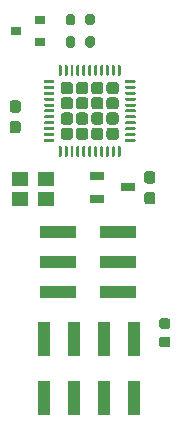
<source format=gbr>
%TF.GenerationSoftware,KiCad,Pcbnew,(5.1.9)-1*%
%TF.CreationDate,2021-04-16T13:15:18-04:00*%
%TF.ProjectId,mega_nrf24_usb,6d656761-5f6e-4726-9632-345f7573622e,rev?*%
%TF.SameCoordinates,Original*%
%TF.FileFunction,Paste,Top*%
%TF.FilePolarity,Positive*%
%FSLAX46Y46*%
G04 Gerber Fmt 4.6, Leading zero omitted, Abs format (unit mm)*
G04 Created by KiCad (PCBNEW (5.1.9)-1) date 2021-04-16 13:15:18*
%MOMM*%
%LPD*%
G01*
G04 APERTURE LIST*
%ADD10R,1.220000X0.650000*%
%ADD11R,1.000000X3.000000*%
%ADD12R,3.150000X1.000000*%
%ADD13R,1.400000X1.200000*%
%ADD14R,0.900000X0.800000*%
G04 APERTURE END LIST*
D10*
%TO.C,U2*%
X253653280Y-109222500D03*
X251033280Y-110172500D03*
X251033280Y-108272500D03*
%TD*%
%TO.C,U1*%
G36*
G01*
X251833600Y-104960700D02*
X251833600Y-104420700D01*
G75*
G02*
X252083600Y-104170700I250000J0D01*
G01*
X252623600Y-104170700D01*
G75*
G02*
X252873600Y-104420700I0J-250000D01*
G01*
X252873600Y-104960700D01*
G75*
G02*
X252623600Y-105210700I-250000J0D01*
G01*
X252083600Y-105210700D01*
G75*
G02*
X251833600Y-104960700I0J250000D01*
G01*
G37*
G36*
G01*
X251833600Y-103670700D02*
X251833600Y-103130700D01*
G75*
G02*
X252083600Y-102880700I250000J0D01*
G01*
X252623600Y-102880700D01*
G75*
G02*
X252873600Y-103130700I0J-250000D01*
G01*
X252873600Y-103670700D01*
G75*
G02*
X252623600Y-103920700I-250000J0D01*
G01*
X252083600Y-103920700D01*
G75*
G02*
X251833600Y-103670700I0J250000D01*
G01*
G37*
G36*
G01*
X251833600Y-102380700D02*
X251833600Y-101840700D01*
G75*
G02*
X252083600Y-101590700I250000J0D01*
G01*
X252623600Y-101590700D01*
G75*
G02*
X252873600Y-101840700I0J-250000D01*
G01*
X252873600Y-102380700D01*
G75*
G02*
X252623600Y-102630700I-250000J0D01*
G01*
X252083600Y-102630700D01*
G75*
G02*
X251833600Y-102380700I0J250000D01*
G01*
G37*
G36*
G01*
X251833600Y-101090700D02*
X251833600Y-100550700D01*
G75*
G02*
X252083600Y-100300700I250000J0D01*
G01*
X252623600Y-100300700D01*
G75*
G02*
X252873600Y-100550700I0J-250000D01*
G01*
X252873600Y-101090700D01*
G75*
G02*
X252623600Y-101340700I-250000J0D01*
G01*
X252083600Y-101340700D01*
G75*
G02*
X251833600Y-101090700I0J250000D01*
G01*
G37*
G36*
G01*
X250543600Y-104960700D02*
X250543600Y-104420700D01*
G75*
G02*
X250793600Y-104170700I250000J0D01*
G01*
X251333600Y-104170700D01*
G75*
G02*
X251583600Y-104420700I0J-250000D01*
G01*
X251583600Y-104960700D01*
G75*
G02*
X251333600Y-105210700I-250000J0D01*
G01*
X250793600Y-105210700D01*
G75*
G02*
X250543600Y-104960700I0J250000D01*
G01*
G37*
G36*
G01*
X250543600Y-103670700D02*
X250543600Y-103130700D01*
G75*
G02*
X250793600Y-102880700I250000J0D01*
G01*
X251333600Y-102880700D01*
G75*
G02*
X251583600Y-103130700I0J-250000D01*
G01*
X251583600Y-103670700D01*
G75*
G02*
X251333600Y-103920700I-250000J0D01*
G01*
X250793600Y-103920700D01*
G75*
G02*
X250543600Y-103670700I0J250000D01*
G01*
G37*
G36*
G01*
X250543600Y-102380700D02*
X250543600Y-101840700D01*
G75*
G02*
X250793600Y-101590700I250000J0D01*
G01*
X251333600Y-101590700D01*
G75*
G02*
X251583600Y-101840700I0J-250000D01*
G01*
X251583600Y-102380700D01*
G75*
G02*
X251333600Y-102630700I-250000J0D01*
G01*
X250793600Y-102630700D01*
G75*
G02*
X250543600Y-102380700I0J250000D01*
G01*
G37*
G36*
G01*
X250543600Y-101090700D02*
X250543600Y-100550700D01*
G75*
G02*
X250793600Y-100300700I250000J0D01*
G01*
X251333600Y-100300700D01*
G75*
G02*
X251583600Y-100550700I0J-250000D01*
G01*
X251583600Y-101090700D01*
G75*
G02*
X251333600Y-101340700I-250000J0D01*
G01*
X250793600Y-101340700D01*
G75*
G02*
X250543600Y-101090700I0J250000D01*
G01*
G37*
G36*
G01*
X249253600Y-104960700D02*
X249253600Y-104420700D01*
G75*
G02*
X249503600Y-104170700I250000J0D01*
G01*
X250043600Y-104170700D01*
G75*
G02*
X250293600Y-104420700I0J-250000D01*
G01*
X250293600Y-104960700D01*
G75*
G02*
X250043600Y-105210700I-250000J0D01*
G01*
X249503600Y-105210700D01*
G75*
G02*
X249253600Y-104960700I0J250000D01*
G01*
G37*
G36*
G01*
X249253600Y-103670700D02*
X249253600Y-103130700D01*
G75*
G02*
X249503600Y-102880700I250000J0D01*
G01*
X250043600Y-102880700D01*
G75*
G02*
X250293600Y-103130700I0J-250000D01*
G01*
X250293600Y-103670700D01*
G75*
G02*
X250043600Y-103920700I-250000J0D01*
G01*
X249503600Y-103920700D01*
G75*
G02*
X249253600Y-103670700I0J250000D01*
G01*
G37*
G36*
G01*
X249253600Y-102380700D02*
X249253600Y-101840700D01*
G75*
G02*
X249503600Y-101590700I250000J0D01*
G01*
X250043600Y-101590700D01*
G75*
G02*
X250293600Y-101840700I0J-250000D01*
G01*
X250293600Y-102380700D01*
G75*
G02*
X250043600Y-102630700I-250000J0D01*
G01*
X249503600Y-102630700D01*
G75*
G02*
X249253600Y-102380700I0J250000D01*
G01*
G37*
G36*
G01*
X249253600Y-101090700D02*
X249253600Y-100550700D01*
G75*
G02*
X249503600Y-100300700I250000J0D01*
G01*
X250043600Y-100300700D01*
G75*
G02*
X250293600Y-100550700I0J-250000D01*
G01*
X250293600Y-101090700D01*
G75*
G02*
X250043600Y-101340700I-250000J0D01*
G01*
X249503600Y-101340700D01*
G75*
G02*
X249253600Y-101090700I0J250000D01*
G01*
G37*
G36*
G01*
X247963600Y-104960700D02*
X247963600Y-104420700D01*
G75*
G02*
X248213600Y-104170700I250000J0D01*
G01*
X248753600Y-104170700D01*
G75*
G02*
X249003600Y-104420700I0J-250000D01*
G01*
X249003600Y-104960700D01*
G75*
G02*
X248753600Y-105210700I-250000J0D01*
G01*
X248213600Y-105210700D01*
G75*
G02*
X247963600Y-104960700I0J250000D01*
G01*
G37*
G36*
G01*
X247963600Y-103670700D02*
X247963600Y-103130700D01*
G75*
G02*
X248213600Y-102880700I250000J0D01*
G01*
X248753600Y-102880700D01*
G75*
G02*
X249003600Y-103130700I0J-250000D01*
G01*
X249003600Y-103670700D01*
G75*
G02*
X248753600Y-103920700I-250000J0D01*
G01*
X248213600Y-103920700D01*
G75*
G02*
X247963600Y-103670700I0J250000D01*
G01*
G37*
G36*
G01*
X247963600Y-102380700D02*
X247963600Y-101840700D01*
G75*
G02*
X248213600Y-101590700I250000J0D01*
G01*
X248753600Y-101590700D01*
G75*
G02*
X249003600Y-101840700I0J-250000D01*
G01*
X249003600Y-102380700D01*
G75*
G02*
X248753600Y-102630700I-250000J0D01*
G01*
X248213600Y-102630700D01*
G75*
G02*
X247963600Y-102380700I0J250000D01*
G01*
G37*
G36*
G01*
X247963600Y-101090700D02*
X247963600Y-100550700D01*
G75*
G02*
X248213600Y-100300700I250000J0D01*
G01*
X248753600Y-100300700D01*
G75*
G02*
X249003600Y-100550700I0J-250000D01*
G01*
X249003600Y-101090700D01*
G75*
G02*
X248753600Y-101340700I-250000J0D01*
G01*
X248213600Y-101340700D01*
G75*
G02*
X247963600Y-101090700I0J250000D01*
G01*
G37*
G36*
G01*
X247793600Y-99693200D02*
X247793600Y-98943200D01*
G75*
G02*
X247856100Y-98880700I62500J0D01*
G01*
X247981100Y-98880700D01*
G75*
G02*
X248043600Y-98943200I0J-62500D01*
G01*
X248043600Y-99693200D01*
G75*
G02*
X247981100Y-99755700I-62500J0D01*
G01*
X247856100Y-99755700D01*
G75*
G02*
X247793600Y-99693200I0J62500D01*
G01*
G37*
G36*
G01*
X248293600Y-99693200D02*
X248293600Y-98943200D01*
G75*
G02*
X248356100Y-98880700I62500J0D01*
G01*
X248481100Y-98880700D01*
G75*
G02*
X248543600Y-98943200I0J-62500D01*
G01*
X248543600Y-99693200D01*
G75*
G02*
X248481100Y-99755700I-62500J0D01*
G01*
X248356100Y-99755700D01*
G75*
G02*
X248293600Y-99693200I0J62500D01*
G01*
G37*
G36*
G01*
X248793600Y-99693200D02*
X248793600Y-98943200D01*
G75*
G02*
X248856100Y-98880700I62500J0D01*
G01*
X248981100Y-98880700D01*
G75*
G02*
X249043600Y-98943200I0J-62500D01*
G01*
X249043600Y-99693200D01*
G75*
G02*
X248981100Y-99755700I-62500J0D01*
G01*
X248856100Y-99755700D01*
G75*
G02*
X248793600Y-99693200I0J62500D01*
G01*
G37*
G36*
G01*
X249293600Y-99693200D02*
X249293600Y-98943200D01*
G75*
G02*
X249356100Y-98880700I62500J0D01*
G01*
X249481100Y-98880700D01*
G75*
G02*
X249543600Y-98943200I0J-62500D01*
G01*
X249543600Y-99693200D01*
G75*
G02*
X249481100Y-99755700I-62500J0D01*
G01*
X249356100Y-99755700D01*
G75*
G02*
X249293600Y-99693200I0J62500D01*
G01*
G37*
G36*
G01*
X249793600Y-99693200D02*
X249793600Y-98943200D01*
G75*
G02*
X249856100Y-98880700I62500J0D01*
G01*
X249981100Y-98880700D01*
G75*
G02*
X250043600Y-98943200I0J-62500D01*
G01*
X250043600Y-99693200D01*
G75*
G02*
X249981100Y-99755700I-62500J0D01*
G01*
X249856100Y-99755700D01*
G75*
G02*
X249793600Y-99693200I0J62500D01*
G01*
G37*
G36*
G01*
X250293600Y-99693200D02*
X250293600Y-98943200D01*
G75*
G02*
X250356100Y-98880700I62500J0D01*
G01*
X250481100Y-98880700D01*
G75*
G02*
X250543600Y-98943200I0J-62500D01*
G01*
X250543600Y-99693200D01*
G75*
G02*
X250481100Y-99755700I-62500J0D01*
G01*
X250356100Y-99755700D01*
G75*
G02*
X250293600Y-99693200I0J62500D01*
G01*
G37*
G36*
G01*
X250793600Y-99693200D02*
X250793600Y-98943200D01*
G75*
G02*
X250856100Y-98880700I62500J0D01*
G01*
X250981100Y-98880700D01*
G75*
G02*
X251043600Y-98943200I0J-62500D01*
G01*
X251043600Y-99693200D01*
G75*
G02*
X250981100Y-99755700I-62500J0D01*
G01*
X250856100Y-99755700D01*
G75*
G02*
X250793600Y-99693200I0J62500D01*
G01*
G37*
G36*
G01*
X251293600Y-99693200D02*
X251293600Y-98943200D01*
G75*
G02*
X251356100Y-98880700I62500J0D01*
G01*
X251481100Y-98880700D01*
G75*
G02*
X251543600Y-98943200I0J-62500D01*
G01*
X251543600Y-99693200D01*
G75*
G02*
X251481100Y-99755700I-62500J0D01*
G01*
X251356100Y-99755700D01*
G75*
G02*
X251293600Y-99693200I0J62500D01*
G01*
G37*
G36*
G01*
X251793600Y-99693200D02*
X251793600Y-98943200D01*
G75*
G02*
X251856100Y-98880700I62500J0D01*
G01*
X251981100Y-98880700D01*
G75*
G02*
X252043600Y-98943200I0J-62500D01*
G01*
X252043600Y-99693200D01*
G75*
G02*
X251981100Y-99755700I-62500J0D01*
G01*
X251856100Y-99755700D01*
G75*
G02*
X251793600Y-99693200I0J62500D01*
G01*
G37*
G36*
G01*
X252293600Y-99693200D02*
X252293600Y-98943200D01*
G75*
G02*
X252356100Y-98880700I62500J0D01*
G01*
X252481100Y-98880700D01*
G75*
G02*
X252543600Y-98943200I0J-62500D01*
G01*
X252543600Y-99693200D01*
G75*
G02*
X252481100Y-99755700I-62500J0D01*
G01*
X252356100Y-99755700D01*
G75*
G02*
X252293600Y-99693200I0J62500D01*
G01*
G37*
G36*
G01*
X252793600Y-99693200D02*
X252793600Y-98943200D01*
G75*
G02*
X252856100Y-98880700I62500J0D01*
G01*
X252981100Y-98880700D01*
G75*
G02*
X253043600Y-98943200I0J-62500D01*
G01*
X253043600Y-99693200D01*
G75*
G02*
X252981100Y-99755700I-62500J0D01*
G01*
X252856100Y-99755700D01*
G75*
G02*
X252793600Y-99693200I0J62500D01*
G01*
G37*
G36*
G01*
X253418600Y-100318200D02*
X253418600Y-100193200D01*
G75*
G02*
X253481100Y-100130700I62500J0D01*
G01*
X254231100Y-100130700D01*
G75*
G02*
X254293600Y-100193200I0J-62500D01*
G01*
X254293600Y-100318200D01*
G75*
G02*
X254231100Y-100380700I-62500J0D01*
G01*
X253481100Y-100380700D01*
G75*
G02*
X253418600Y-100318200I0J62500D01*
G01*
G37*
G36*
G01*
X253418600Y-100818200D02*
X253418600Y-100693200D01*
G75*
G02*
X253481100Y-100630700I62500J0D01*
G01*
X254231100Y-100630700D01*
G75*
G02*
X254293600Y-100693200I0J-62500D01*
G01*
X254293600Y-100818200D01*
G75*
G02*
X254231100Y-100880700I-62500J0D01*
G01*
X253481100Y-100880700D01*
G75*
G02*
X253418600Y-100818200I0J62500D01*
G01*
G37*
G36*
G01*
X253418600Y-101318200D02*
X253418600Y-101193200D01*
G75*
G02*
X253481100Y-101130700I62500J0D01*
G01*
X254231100Y-101130700D01*
G75*
G02*
X254293600Y-101193200I0J-62500D01*
G01*
X254293600Y-101318200D01*
G75*
G02*
X254231100Y-101380700I-62500J0D01*
G01*
X253481100Y-101380700D01*
G75*
G02*
X253418600Y-101318200I0J62500D01*
G01*
G37*
G36*
G01*
X253418600Y-101818200D02*
X253418600Y-101693200D01*
G75*
G02*
X253481100Y-101630700I62500J0D01*
G01*
X254231100Y-101630700D01*
G75*
G02*
X254293600Y-101693200I0J-62500D01*
G01*
X254293600Y-101818200D01*
G75*
G02*
X254231100Y-101880700I-62500J0D01*
G01*
X253481100Y-101880700D01*
G75*
G02*
X253418600Y-101818200I0J62500D01*
G01*
G37*
G36*
G01*
X253418600Y-102318200D02*
X253418600Y-102193200D01*
G75*
G02*
X253481100Y-102130700I62500J0D01*
G01*
X254231100Y-102130700D01*
G75*
G02*
X254293600Y-102193200I0J-62500D01*
G01*
X254293600Y-102318200D01*
G75*
G02*
X254231100Y-102380700I-62500J0D01*
G01*
X253481100Y-102380700D01*
G75*
G02*
X253418600Y-102318200I0J62500D01*
G01*
G37*
G36*
G01*
X253418600Y-102818200D02*
X253418600Y-102693200D01*
G75*
G02*
X253481100Y-102630700I62500J0D01*
G01*
X254231100Y-102630700D01*
G75*
G02*
X254293600Y-102693200I0J-62500D01*
G01*
X254293600Y-102818200D01*
G75*
G02*
X254231100Y-102880700I-62500J0D01*
G01*
X253481100Y-102880700D01*
G75*
G02*
X253418600Y-102818200I0J62500D01*
G01*
G37*
G36*
G01*
X253418600Y-103318200D02*
X253418600Y-103193200D01*
G75*
G02*
X253481100Y-103130700I62500J0D01*
G01*
X254231100Y-103130700D01*
G75*
G02*
X254293600Y-103193200I0J-62500D01*
G01*
X254293600Y-103318200D01*
G75*
G02*
X254231100Y-103380700I-62500J0D01*
G01*
X253481100Y-103380700D01*
G75*
G02*
X253418600Y-103318200I0J62500D01*
G01*
G37*
G36*
G01*
X253418600Y-103818200D02*
X253418600Y-103693200D01*
G75*
G02*
X253481100Y-103630700I62500J0D01*
G01*
X254231100Y-103630700D01*
G75*
G02*
X254293600Y-103693200I0J-62500D01*
G01*
X254293600Y-103818200D01*
G75*
G02*
X254231100Y-103880700I-62500J0D01*
G01*
X253481100Y-103880700D01*
G75*
G02*
X253418600Y-103818200I0J62500D01*
G01*
G37*
G36*
G01*
X253418600Y-104318200D02*
X253418600Y-104193200D01*
G75*
G02*
X253481100Y-104130700I62500J0D01*
G01*
X254231100Y-104130700D01*
G75*
G02*
X254293600Y-104193200I0J-62500D01*
G01*
X254293600Y-104318200D01*
G75*
G02*
X254231100Y-104380700I-62500J0D01*
G01*
X253481100Y-104380700D01*
G75*
G02*
X253418600Y-104318200I0J62500D01*
G01*
G37*
G36*
G01*
X253418600Y-104818200D02*
X253418600Y-104693200D01*
G75*
G02*
X253481100Y-104630700I62500J0D01*
G01*
X254231100Y-104630700D01*
G75*
G02*
X254293600Y-104693200I0J-62500D01*
G01*
X254293600Y-104818200D01*
G75*
G02*
X254231100Y-104880700I-62500J0D01*
G01*
X253481100Y-104880700D01*
G75*
G02*
X253418600Y-104818200I0J62500D01*
G01*
G37*
G36*
G01*
X253418600Y-105318200D02*
X253418600Y-105193200D01*
G75*
G02*
X253481100Y-105130700I62500J0D01*
G01*
X254231100Y-105130700D01*
G75*
G02*
X254293600Y-105193200I0J-62500D01*
G01*
X254293600Y-105318200D01*
G75*
G02*
X254231100Y-105380700I-62500J0D01*
G01*
X253481100Y-105380700D01*
G75*
G02*
X253418600Y-105318200I0J62500D01*
G01*
G37*
G36*
G01*
X252793600Y-106568200D02*
X252793600Y-105818200D01*
G75*
G02*
X252856100Y-105755700I62500J0D01*
G01*
X252981100Y-105755700D01*
G75*
G02*
X253043600Y-105818200I0J-62500D01*
G01*
X253043600Y-106568200D01*
G75*
G02*
X252981100Y-106630700I-62500J0D01*
G01*
X252856100Y-106630700D01*
G75*
G02*
X252793600Y-106568200I0J62500D01*
G01*
G37*
G36*
G01*
X252293600Y-106568200D02*
X252293600Y-105818200D01*
G75*
G02*
X252356100Y-105755700I62500J0D01*
G01*
X252481100Y-105755700D01*
G75*
G02*
X252543600Y-105818200I0J-62500D01*
G01*
X252543600Y-106568200D01*
G75*
G02*
X252481100Y-106630700I-62500J0D01*
G01*
X252356100Y-106630700D01*
G75*
G02*
X252293600Y-106568200I0J62500D01*
G01*
G37*
G36*
G01*
X251793600Y-106568200D02*
X251793600Y-105818200D01*
G75*
G02*
X251856100Y-105755700I62500J0D01*
G01*
X251981100Y-105755700D01*
G75*
G02*
X252043600Y-105818200I0J-62500D01*
G01*
X252043600Y-106568200D01*
G75*
G02*
X251981100Y-106630700I-62500J0D01*
G01*
X251856100Y-106630700D01*
G75*
G02*
X251793600Y-106568200I0J62500D01*
G01*
G37*
G36*
G01*
X251293600Y-106568200D02*
X251293600Y-105818200D01*
G75*
G02*
X251356100Y-105755700I62500J0D01*
G01*
X251481100Y-105755700D01*
G75*
G02*
X251543600Y-105818200I0J-62500D01*
G01*
X251543600Y-106568200D01*
G75*
G02*
X251481100Y-106630700I-62500J0D01*
G01*
X251356100Y-106630700D01*
G75*
G02*
X251293600Y-106568200I0J62500D01*
G01*
G37*
G36*
G01*
X250793600Y-106568200D02*
X250793600Y-105818200D01*
G75*
G02*
X250856100Y-105755700I62500J0D01*
G01*
X250981100Y-105755700D01*
G75*
G02*
X251043600Y-105818200I0J-62500D01*
G01*
X251043600Y-106568200D01*
G75*
G02*
X250981100Y-106630700I-62500J0D01*
G01*
X250856100Y-106630700D01*
G75*
G02*
X250793600Y-106568200I0J62500D01*
G01*
G37*
G36*
G01*
X250293600Y-106568200D02*
X250293600Y-105818200D01*
G75*
G02*
X250356100Y-105755700I62500J0D01*
G01*
X250481100Y-105755700D01*
G75*
G02*
X250543600Y-105818200I0J-62500D01*
G01*
X250543600Y-106568200D01*
G75*
G02*
X250481100Y-106630700I-62500J0D01*
G01*
X250356100Y-106630700D01*
G75*
G02*
X250293600Y-106568200I0J62500D01*
G01*
G37*
G36*
G01*
X249793600Y-106568200D02*
X249793600Y-105818200D01*
G75*
G02*
X249856100Y-105755700I62500J0D01*
G01*
X249981100Y-105755700D01*
G75*
G02*
X250043600Y-105818200I0J-62500D01*
G01*
X250043600Y-106568200D01*
G75*
G02*
X249981100Y-106630700I-62500J0D01*
G01*
X249856100Y-106630700D01*
G75*
G02*
X249793600Y-106568200I0J62500D01*
G01*
G37*
G36*
G01*
X249293600Y-106568200D02*
X249293600Y-105818200D01*
G75*
G02*
X249356100Y-105755700I62500J0D01*
G01*
X249481100Y-105755700D01*
G75*
G02*
X249543600Y-105818200I0J-62500D01*
G01*
X249543600Y-106568200D01*
G75*
G02*
X249481100Y-106630700I-62500J0D01*
G01*
X249356100Y-106630700D01*
G75*
G02*
X249293600Y-106568200I0J62500D01*
G01*
G37*
G36*
G01*
X248793600Y-106568200D02*
X248793600Y-105818200D01*
G75*
G02*
X248856100Y-105755700I62500J0D01*
G01*
X248981100Y-105755700D01*
G75*
G02*
X249043600Y-105818200I0J-62500D01*
G01*
X249043600Y-106568200D01*
G75*
G02*
X248981100Y-106630700I-62500J0D01*
G01*
X248856100Y-106630700D01*
G75*
G02*
X248793600Y-106568200I0J62500D01*
G01*
G37*
G36*
G01*
X248293600Y-106568200D02*
X248293600Y-105818200D01*
G75*
G02*
X248356100Y-105755700I62500J0D01*
G01*
X248481100Y-105755700D01*
G75*
G02*
X248543600Y-105818200I0J-62500D01*
G01*
X248543600Y-106568200D01*
G75*
G02*
X248481100Y-106630700I-62500J0D01*
G01*
X248356100Y-106630700D01*
G75*
G02*
X248293600Y-106568200I0J62500D01*
G01*
G37*
G36*
G01*
X247793600Y-106568200D02*
X247793600Y-105818200D01*
G75*
G02*
X247856100Y-105755700I62500J0D01*
G01*
X247981100Y-105755700D01*
G75*
G02*
X248043600Y-105818200I0J-62500D01*
G01*
X248043600Y-106568200D01*
G75*
G02*
X247981100Y-106630700I-62500J0D01*
G01*
X247856100Y-106630700D01*
G75*
G02*
X247793600Y-106568200I0J62500D01*
G01*
G37*
G36*
G01*
X246543600Y-105318200D02*
X246543600Y-105193200D01*
G75*
G02*
X246606100Y-105130700I62500J0D01*
G01*
X247356100Y-105130700D01*
G75*
G02*
X247418600Y-105193200I0J-62500D01*
G01*
X247418600Y-105318200D01*
G75*
G02*
X247356100Y-105380700I-62500J0D01*
G01*
X246606100Y-105380700D01*
G75*
G02*
X246543600Y-105318200I0J62500D01*
G01*
G37*
G36*
G01*
X246543600Y-104818200D02*
X246543600Y-104693200D01*
G75*
G02*
X246606100Y-104630700I62500J0D01*
G01*
X247356100Y-104630700D01*
G75*
G02*
X247418600Y-104693200I0J-62500D01*
G01*
X247418600Y-104818200D01*
G75*
G02*
X247356100Y-104880700I-62500J0D01*
G01*
X246606100Y-104880700D01*
G75*
G02*
X246543600Y-104818200I0J62500D01*
G01*
G37*
G36*
G01*
X246543600Y-104318200D02*
X246543600Y-104193200D01*
G75*
G02*
X246606100Y-104130700I62500J0D01*
G01*
X247356100Y-104130700D01*
G75*
G02*
X247418600Y-104193200I0J-62500D01*
G01*
X247418600Y-104318200D01*
G75*
G02*
X247356100Y-104380700I-62500J0D01*
G01*
X246606100Y-104380700D01*
G75*
G02*
X246543600Y-104318200I0J62500D01*
G01*
G37*
G36*
G01*
X246543600Y-103818200D02*
X246543600Y-103693200D01*
G75*
G02*
X246606100Y-103630700I62500J0D01*
G01*
X247356100Y-103630700D01*
G75*
G02*
X247418600Y-103693200I0J-62500D01*
G01*
X247418600Y-103818200D01*
G75*
G02*
X247356100Y-103880700I-62500J0D01*
G01*
X246606100Y-103880700D01*
G75*
G02*
X246543600Y-103818200I0J62500D01*
G01*
G37*
G36*
G01*
X246543600Y-103318200D02*
X246543600Y-103193200D01*
G75*
G02*
X246606100Y-103130700I62500J0D01*
G01*
X247356100Y-103130700D01*
G75*
G02*
X247418600Y-103193200I0J-62500D01*
G01*
X247418600Y-103318200D01*
G75*
G02*
X247356100Y-103380700I-62500J0D01*
G01*
X246606100Y-103380700D01*
G75*
G02*
X246543600Y-103318200I0J62500D01*
G01*
G37*
G36*
G01*
X246543600Y-102818200D02*
X246543600Y-102693200D01*
G75*
G02*
X246606100Y-102630700I62500J0D01*
G01*
X247356100Y-102630700D01*
G75*
G02*
X247418600Y-102693200I0J-62500D01*
G01*
X247418600Y-102818200D01*
G75*
G02*
X247356100Y-102880700I-62500J0D01*
G01*
X246606100Y-102880700D01*
G75*
G02*
X246543600Y-102818200I0J62500D01*
G01*
G37*
G36*
G01*
X246543600Y-102318200D02*
X246543600Y-102193200D01*
G75*
G02*
X246606100Y-102130700I62500J0D01*
G01*
X247356100Y-102130700D01*
G75*
G02*
X247418600Y-102193200I0J-62500D01*
G01*
X247418600Y-102318200D01*
G75*
G02*
X247356100Y-102380700I-62500J0D01*
G01*
X246606100Y-102380700D01*
G75*
G02*
X246543600Y-102318200I0J62500D01*
G01*
G37*
G36*
G01*
X246543600Y-101818200D02*
X246543600Y-101693200D01*
G75*
G02*
X246606100Y-101630700I62500J0D01*
G01*
X247356100Y-101630700D01*
G75*
G02*
X247418600Y-101693200I0J-62500D01*
G01*
X247418600Y-101818200D01*
G75*
G02*
X247356100Y-101880700I-62500J0D01*
G01*
X246606100Y-101880700D01*
G75*
G02*
X246543600Y-101818200I0J62500D01*
G01*
G37*
G36*
G01*
X246543600Y-101318200D02*
X246543600Y-101193200D01*
G75*
G02*
X246606100Y-101130700I62500J0D01*
G01*
X247356100Y-101130700D01*
G75*
G02*
X247418600Y-101193200I0J-62500D01*
G01*
X247418600Y-101318200D01*
G75*
G02*
X247356100Y-101380700I-62500J0D01*
G01*
X246606100Y-101380700D01*
G75*
G02*
X246543600Y-101318200I0J62500D01*
G01*
G37*
G36*
G01*
X246543600Y-100818200D02*
X246543600Y-100693200D01*
G75*
G02*
X246606100Y-100630700I62500J0D01*
G01*
X247356100Y-100630700D01*
G75*
G02*
X247418600Y-100693200I0J-62500D01*
G01*
X247418600Y-100818200D01*
G75*
G02*
X247356100Y-100880700I-62500J0D01*
G01*
X246606100Y-100880700D01*
G75*
G02*
X246543600Y-100818200I0J62500D01*
G01*
G37*
G36*
G01*
X246543600Y-100318200D02*
X246543600Y-100193200D01*
G75*
G02*
X246606100Y-100130700I62500J0D01*
G01*
X247356100Y-100130700D01*
G75*
G02*
X247418600Y-100193200I0J-62500D01*
G01*
X247418600Y-100318200D01*
G75*
G02*
X247356100Y-100380700I-62500J0D01*
G01*
X246606100Y-100380700D01*
G75*
G02*
X246543600Y-100318200I0J62500D01*
G01*
G37*
%TD*%
%TO.C,R2*%
G36*
G01*
X250043000Y-95309100D02*
X250043000Y-94759100D01*
G75*
G02*
X250243000Y-94559100I200000J0D01*
G01*
X250643000Y-94559100D01*
G75*
G02*
X250843000Y-94759100I0J-200000D01*
G01*
X250843000Y-95309100D01*
G75*
G02*
X250643000Y-95509100I-200000J0D01*
G01*
X250243000Y-95509100D01*
G75*
G02*
X250043000Y-95309100I0J200000D01*
G01*
G37*
G36*
G01*
X248393000Y-95309100D02*
X248393000Y-94759100D01*
G75*
G02*
X248593000Y-94559100I200000J0D01*
G01*
X248993000Y-94559100D01*
G75*
G02*
X249193000Y-94759100I0J-200000D01*
G01*
X249193000Y-95309100D01*
G75*
G02*
X248993000Y-95509100I-200000J0D01*
G01*
X248593000Y-95509100D01*
G75*
G02*
X248393000Y-95309100I0J200000D01*
G01*
G37*
%TD*%
%TO.C,R1*%
G36*
G01*
X250043000Y-97188700D02*
X250043000Y-96638700D01*
G75*
G02*
X250243000Y-96438700I200000J0D01*
G01*
X250643000Y-96438700D01*
G75*
G02*
X250843000Y-96638700I0J-200000D01*
G01*
X250843000Y-97188700D01*
G75*
G02*
X250643000Y-97388700I-200000J0D01*
G01*
X250243000Y-97388700D01*
G75*
G02*
X250043000Y-97188700I0J200000D01*
G01*
G37*
G36*
G01*
X248393000Y-97188700D02*
X248393000Y-96638700D01*
G75*
G02*
X248593000Y-96438700I200000J0D01*
G01*
X248993000Y-96438700D01*
G75*
G02*
X249193000Y-96638700I0J-200000D01*
G01*
X249193000Y-97188700D01*
G75*
G02*
X248993000Y-97388700I-200000J0D01*
G01*
X248593000Y-97388700D01*
G75*
G02*
X248393000Y-97188700I0J200000D01*
G01*
G37*
%TD*%
D11*
%TO.C,NRF*%
X246507000Y-122028900D03*
X246507000Y-127068900D03*
X249047000Y-122028900D03*
X249047000Y-127068900D03*
X251587000Y-122028900D03*
X251587000Y-127068900D03*
X254127000Y-122028900D03*
X254127000Y-127068900D03*
%TD*%
D12*
%TO.C,ICSP1*%
X247771680Y-112976660D03*
X252821680Y-112976660D03*
X247771680Y-115516660D03*
X252821680Y-115516660D03*
X247771680Y-118056660D03*
X252821680Y-118056660D03*
%TD*%
%TO.C,C2*%
G36*
G01*
X255266180Y-109608100D02*
X255741180Y-109608100D01*
G75*
G02*
X255978680Y-109845600I0J-237500D01*
G01*
X255978680Y-110420600D01*
G75*
G02*
X255741180Y-110658100I-237500J0D01*
G01*
X255266180Y-110658100D01*
G75*
G02*
X255028680Y-110420600I0J237500D01*
G01*
X255028680Y-109845600D01*
G75*
G02*
X255266180Y-109608100I237500J0D01*
G01*
G37*
G36*
G01*
X255266180Y-107858100D02*
X255741180Y-107858100D01*
G75*
G02*
X255978680Y-108095600I0J-237500D01*
G01*
X255978680Y-108670600D01*
G75*
G02*
X255741180Y-108908100I-237500J0D01*
G01*
X255266180Y-108908100D01*
G75*
G02*
X255028680Y-108670600I0J237500D01*
G01*
X255028680Y-108095600D01*
G75*
G02*
X255266180Y-107858100I237500J0D01*
G01*
G37*
%TD*%
D13*
%TO.C,Y1*%
X246735600Y-110201180D03*
X244535600Y-110201180D03*
X244535600Y-108501180D03*
X246735600Y-108501180D03*
%TD*%
D14*
%TO.C,D3*%
X244202200Y-95973940D03*
X246202200Y-95023940D03*
X246202200Y-96923940D03*
%TD*%
%TO.C,C3*%
G36*
G01*
X243871740Y-103608620D02*
X244346740Y-103608620D01*
G75*
G02*
X244584240Y-103846120I0J-237500D01*
G01*
X244584240Y-104421120D01*
G75*
G02*
X244346740Y-104658620I-237500J0D01*
G01*
X243871740Y-104658620D01*
G75*
G02*
X243634240Y-104421120I0J237500D01*
G01*
X243634240Y-103846120D01*
G75*
G02*
X243871740Y-103608620I237500J0D01*
G01*
G37*
G36*
G01*
X243871740Y-101858620D02*
X244346740Y-101858620D01*
G75*
G02*
X244584240Y-102096120I0J-237500D01*
G01*
X244584240Y-102671120D01*
G75*
G02*
X244346740Y-102908620I-237500J0D01*
G01*
X243871740Y-102908620D01*
G75*
G02*
X243634240Y-102671120I0J237500D01*
G01*
X243634240Y-102096120D01*
G75*
G02*
X243871740Y-101858620I237500J0D01*
G01*
G37*
%TD*%
%TO.C,C1*%
G36*
G01*
X257018600Y-121213700D02*
X256518600Y-121213700D01*
G75*
G02*
X256293600Y-120988700I0J225000D01*
G01*
X256293600Y-120538700D01*
G75*
G02*
X256518600Y-120313700I225000J0D01*
G01*
X257018600Y-120313700D01*
G75*
G02*
X257243600Y-120538700I0J-225000D01*
G01*
X257243600Y-120988700D01*
G75*
G02*
X257018600Y-121213700I-225000J0D01*
G01*
G37*
G36*
G01*
X257018600Y-122763700D02*
X256518600Y-122763700D01*
G75*
G02*
X256293600Y-122538700I0J225000D01*
G01*
X256293600Y-122088700D01*
G75*
G02*
X256518600Y-121863700I225000J0D01*
G01*
X257018600Y-121863700D01*
G75*
G02*
X257243600Y-122088700I0J-225000D01*
G01*
X257243600Y-122538700D01*
G75*
G02*
X257018600Y-122763700I-225000J0D01*
G01*
G37*
%TD*%
M02*

</source>
